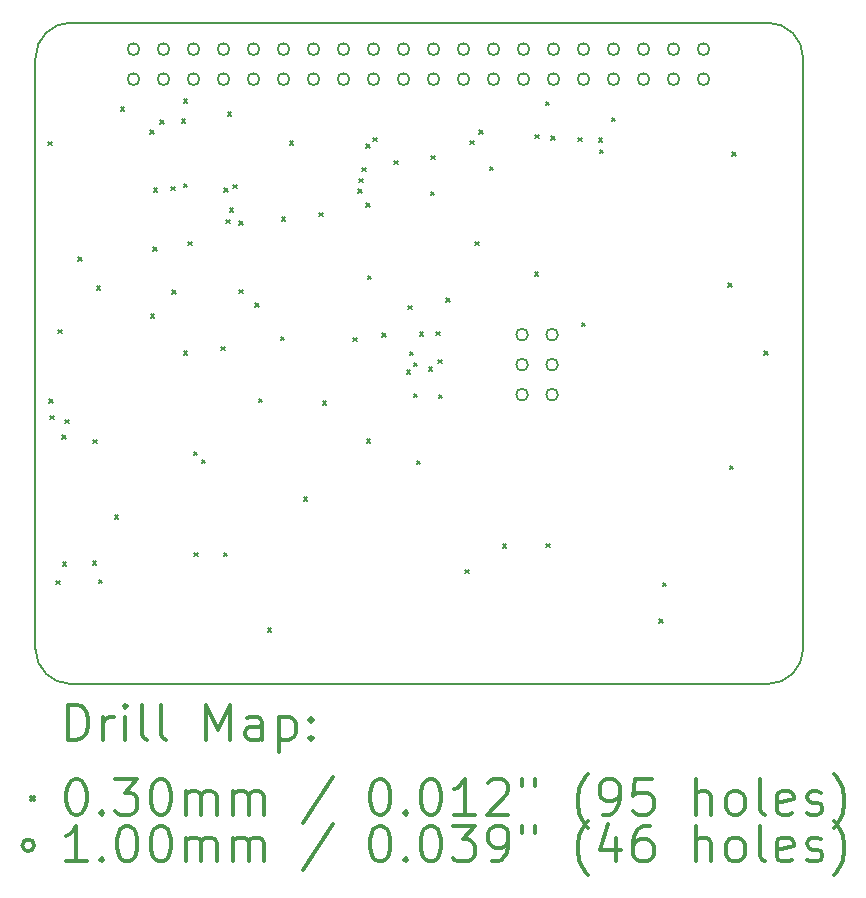
<source format=gbr>
%FSLAX45Y45*%
G04 Gerber Fmt 4.5, Leading zero omitted, Abs format (unit mm)*
G04 Created by KiCad (PCBNEW 5.1.9+dfsg1-1~bpo10+1) date 2021-11-10 17:07:08*
%MOMM*%
%LPD*%
G01*
G04 APERTURE LIST*
%TA.AperFunction,Profile*%
%ADD10C,0.200000*%
%TD*%
%ADD11C,0.200000*%
%ADD12C,0.300000*%
G04 APERTURE END LIST*
D10*
X17732000Y-5412000D02*
X17732000Y-10412000D01*
X11532000Y-10712000D02*
G75*
G02*
X11232000Y-10412000I0J300000D01*
G01*
X11532000Y-10712000D02*
X17432000Y-10712000D01*
X11232000Y-5412000D02*
X11232000Y-10412000D01*
X11232000Y-5412000D02*
G75*
G02*
X11532000Y-5112000I300000J0D01*
G01*
X17432000Y-5112000D02*
G75*
G02*
X17732000Y-5412000I0J-300000D01*
G01*
X17432000Y-5112000D02*
X11532000Y-5112000D01*
X17732000Y-10412000D02*
G75*
G02*
X17432000Y-10712000I-300000J0D01*
G01*
D11*
X11340000Y-6120000D02*
X11370000Y-6150000D01*
X11370000Y-6120000D02*
X11340000Y-6150000D01*
X11347000Y-8299000D02*
X11377000Y-8329000D01*
X11377000Y-8299000D02*
X11347000Y-8329000D01*
X11356000Y-8440000D02*
X11386000Y-8470000D01*
X11386000Y-8440000D02*
X11356000Y-8470000D01*
X11410000Y-9836000D02*
X11440000Y-9866000D01*
X11440000Y-9836000D02*
X11410000Y-9866000D01*
X11423000Y-7712000D02*
X11453000Y-7742000D01*
X11453000Y-7712000D02*
X11423000Y-7742000D01*
X11460000Y-8605000D02*
X11490000Y-8635000D01*
X11490000Y-8605000D02*
X11460000Y-8635000D01*
X11463000Y-9683000D02*
X11493000Y-9713000D01*
X11493000Y-9683000D02*
X11463000Y-9713000D01*
X11486000Y-8474000D02*
X11516000Y-8504000D01*
X11516000Y-8474000D02*
X11486000Y-8504000D01*
X11593000Y-7098000D02*
X11623000Y-7128000D01*
X11623000Y-7098000D02*
X11593000Y-7128000D01*
X11718000Y-9675000D02*
X11748000Y-9705000D01*
X11748000Y-9675000D02*
X11718000Y-9705000D01*
X11722000Y-8645000D02*
X11752000Y-8675000D01*
X11752000Y-8645000D02*
X11722000Y-8675000D01*
X11751000Y-7345000D02*
X11781000Y-7375000D01*
X11781000Y-7345000D02*
X11751000Y-7375000D01*
X11768000Y-9828000D02*
X11798000Y-9858000D01*
X11798000Y-9828000D02*
X11768000Y-9858000D01*
X11905000Y-9283000D02*
X11935000Y-9313000D01*
X11935000Y-9283000D02*
X11905000Y-9313000D01*
X11954000Y-5829000D02*
X11984000Y-5859000D01*
X11984000Y-5829000D02*
X11954000Y-5859000D01*
X12205159Y-6025451D02*
X12235159Y-6055451D01*
X12235159Y-6025451D02*
X12205159Y-6055451D01*
X12207000Y-7581000D02*
X12237000Y-7611000D01*
X12237000Y-7581000D02*
X12207000Y-7611000D01*
X12228000Y-7016000D02*
X12258000Y-7046000D01*
X12258000Y-7016000D02*
X12228000Y-7046000D01*
X12234000Y-6514000D02*
X12264000Y-6544000D01*
X12264000Y-6514000D02*
X12234000Y-6544000D01*
X12289572Y-5941038D02*
X12319572Y-5971038D01*
X12319572Y-5941038D02*
X12289572Y-5971038D01*
X12381000Y-6502000D02*
X12411000Y-6532000D01*
X12411000Y-6502000D02*
X12381000Y-6532000D01*
X12389805Y-7380195D02*
X12419805Y-7410195D01*
X12419805Y-7380195D02*
X12389805Y-7410195D01*
X12470501Y-5930556D02*
X12500501Y-5960556D01*
X12500501Y-5930556D02*
X12470501Y-5960556D01*
X12486017Y-5759997D02*
X12516017Y-5789997D01*
X12516017Y-5759997D02*
X12486017Y-5789997D01*
X12489000Y-6475000D02*
X12519000Y-6505000D01*
X12519000Y-6475000D02*
X12489000Y-6505000D01*
X12489000Y-7896000D02*
X12519000Y-7926000D01*
X12519000Y-7896000D02*
X12489000Y-7926000D01*
X12528000Y-6969000D02*
X12558000Y-6999000D01*
X12558000Y-6969000D02*
X12528000Y-6999000D01*
X12572791Y-8743887D02*
X12602791Y-8773887D01*
X12602791Y-8743887D02*
X12572791Y-8773887D01*
X12579000Y-9599000D02*
X12609000Y-9629000D01*
X12609000Y-9599000D02*
X12579000Y-9629000D01*
X12638999Y-8813000D02*
X12668999Y-8843000D01*
X12668999Y-8813000D02*
X12638999Y-8843000D01*
X12804000Y-7858000D02*
X12834000Y-7888000D01*
X12834000Y-7858000D02*
X12804000Y-7888000D01*
X12825000Y-9599000D02*
X12855000Y-9629000D01*
X12855000Y-9599000D02*
X12825000Y-9629000D01*
X12831175Y-6514182D02*
X12861175Y-6544182D01*
X12861175Y-6514182D02*
X12831175Y-6544182D01*
X12849000Y-6783000D02*
X12879000Y-6813000D01*
X12879000Y-6783000D02*
X12849000Y-6813000D01*
X12859000Y-5873000D02*
X12889000Y-5903000D01*
X12889000Y-5873000D02*
X12859000Y-5903000D01*
X12875499Y-6685000D02*
X12905499Y-6715000D01*
X12905499Y-6685000D02*
X12875499Y-6715000D01*
X12905991Y-6485619D02*
X12935991Y-6515619D01*
X12935991Y-6485619D02*
X12905991Y-6515619D01*
X12957195Y-6794195D02*
X12987195Y-6824195D01*
X12987195Y-6794195D02*
X12957195Y-6824195D01*
X12958000Y-7373000D02*
X12988000Y-7403000D01*
X12988000Y-7373000D02*
X12958000Y-7403000D01*
X13091000Y-7489000D02*
X13121000Y-7519000D01*
X13121000Y-7489000D02*
X13091000Y-7519000D01*
X13122000Y-8297000D02*
X13152000Y-8327000D01*
X13152000Y-8297000D02*
X13122000Y-8327000D01*
X13200000Y-10242000D02*
X13230000Y-10272000D01*
X13230000Y-10242000D02*
X13200000Y-10272000D01*
X13310000Y-7771000D02*
X13340000Y-7801000D01*
X13340000Y-7771000D02*
X13310000Y-7801000D01*
X13319000Y-6758000D02*
X13349000Y-6788000D01*
X13349000Y-6758000D02*
X13319000Y-6788000D01*
X13384000Y-6119000D02*
X13414000Y-6149000D01*
X13414000Y-6119000D02*
X13384000Y-6149000D01*
X13504000Y-9131000D02*
X13534000Y-9161000D01*
X13534000Y-9131000D02*
X13504000Y-9161000D01*
X13632997Y-6722360D02*
X13662997Y-6752360D01*
X13662997Y-6722360D02*
X13632997Y-6752360D01*
X13664000Y-8317000D02*
X13694000Y-8347000D01*
X13694000Y-8317000D02*
X13664000Y-8347000D01*
X13921000Y-7779000D02*
X13951000Y-7809000D01*
X13951000Y-7779000D02*
X13921000Y-7809000D01*
X13967002Y-6522310D02*
X13997002Y-6552310D01*
X13997002Y-6522310D02*
X13967002Y-6552310D01*
X13973424Y-6434009D02*
X14003424Y-6464009D01*
X14003424Y-6434009D02*
X13973424Y-6464009D01*
X14000947Y-6342845D02*
X14030947Y-6372845D01*
X14030947Y-6342845D02*
X14000947Y-6372845D01*
X14032499Y-6639831D02*
X14062499Y-6669831D01*
X14062499Y-6639831D02*
X14032499Y-6669831D01*
X14034534Y-6143865D02*
X14064534Y-6173865D01*
X14064534Y-6143865D02*
X14034534Y-6173865D01*
X14036000Y-8642000D02*
X14066000Y-8672000D01*
X14066000Y-8642000D02*
X14036000Y-8672000D01*
X14046000Y-7256000D02*
X14076000Y-7286000D01*
X14076000Y-7256000D02*
X14046000Y-7286000D01*
X14091310Y-6087503D02*
X14121310Y-6117503D01*
X14121310Y-6087503D02*
X14091310Y-6117503D01*
X14167000Y-7743000D02*
X14197000Y-7773000D01*
X14197000Y-7743000D02*
X14167000Y-7773000D01*
X14269491Y-6280797D02*
X14299491Y-6310797D01*
X14299491Y-6280797D02*
X14269491Y-6310797D01*
X14375000Y-8057000D02*
X14405000Y-8087000D01*
X14405000Y-8057000D02*
X14375000Y-8087000D01*
X14388838Y-7508330D02*
X14418838Y-7538330D01*
X14418838Y-7508330D02*
X14388838Y-7538330D01*
X14401000Y-7900000D02*
X14431000Y-7930000D01*
X14431000Y-7900000D02*
X14401000Y-7930000D01*
X14436523Y-8255780D02*
X14466523Y-8285780D01*
X14466523Y-8255780D02*
X14436523Y-8285780D01*
X14436551Y-7992706D02*
X14466551Y-8022706D01*
X14466551Y-7992706D02*
X14436551Y-8022706D01*
X14461000Y-8821000D02*
X14491000Y-8851000D01*
X14491000Y-8821000D02*
X14461000Y-8851000D01*
X14485000Y-7732368D02*
X14515000Y-7762368D01*
X14515000Y-7732368D02*
X14485000Y-7762368D01*
X14560941Y-8031004D02*
X14590941Y-8061004D01*
X14590941Y-8031004D02*
X14560941Y-8061004D01*
X14578000Y-6543000D02*
X14608000Y-6573000D01*
X14608000Y-6543000D02*
X14578000Y-6573000D01*
X14584000Y-6239000D02*
X14614000Y-6269000D01*
X14614000Y-6239000D02*
X14584000Y-6269000D01*
X14624001Y-7728644D02*
X14654001Y-7758644D01*
X14654001Y-7728644D02*
X14624001Y-7758644D01*
X14640705Y-7968503D02*
X14670705Y-7998503D01*
X14670705Y-7968503D02*
X14640705Y-7998503D01*
X14645343Y-8264794D02*
X14675343Y-8294794D01*
X14675343Y-8264794D02*
X14645343Y-8294794D01*
X14712000Y-7447000D02*
X14742000Y-7477000D01*
X14742000Y-7447000D02*
X14712000Y-7477000D01*
X14872999Y-9744909D02*
X14902999Y-9774909D01*
X14902999Y-9744909D02*
X14872999Y-9774909D01*
X14915037Y-6111037D02*
X14945037Y-6141037D01*
X14945037Y-6111037D02*
X14915037Y-6141037D01*
X14954000Y-6968000D02*
X14984000Y-6998000D01*
X14984000Y-6968000D02*
X14954000Y-6998000D01*
X14988000Y-6024502D02*
X15018000Y-6054502D01*
X15018000Y-6024502D02*
X14988000Y-6054502D01*
X15077000Y-6333000D02*
X15107000Y-6363000D01*
X15107000Y-6333000D02*
X15077000Y-6363000D01*
X15190000Y-9528000D02*
X15220000Y-9558000D01*
X15220000Y-9528000D02*
X15190000Y-9558000D01*
X15458000Y-7224000D02*
X15488000Y-7254000D01*
X15488000Y-7224000D02*
X15458000Y-7254000D01*
X15465000Y-6060000D02*
X15495000Y-6090000D01*
X15495000Y-6060000D02*
X15465000Y-6090000D01*
X15551815Y-5781997D02*
X15581815Y-5811997D01*
X15581815Y-5781997D02*
X15551815Y-5811997D01*
X15559000Y-9526000D02*
X15589000Y-9556000D01*
X15589000Y-9526000D02*
X15559000Y-9556000D01*
X15598046Y-6074503D02*
X15628046Y-6104503D01*
X15628046Y-6074503D02*
X15598046Y-6104503D01*
X15827711Y-6086504D02*
X15857711Y-6116504D01*
X15857711Y-6086504D02*
X15827711Y-6116504D01*
X15855805Y-7651805D02*
X15885805Y-7681805D01*
X15885805Y-7651805D02*
X15855805Y-7681805D01*
X16000000Y-6090000D02*
X16030000Y-6120000D01*
X16030000Y-6090000D02*
X16000000Y-6120000D01*
X16011805Y-6190195D02*
X16041805Y-6220195D01*
X16041805Y-6190195D02*
X16011805Y-6220195D01*
X16111340Y-5916499D02*
X16141340Y-5946499D01*
X16141340Y-5916499D02*
X16111340Y-5946499D01*
X16514000Y-10164000D02*
X16544000Y-10194000D01*
X16544000Y-10164000D02*
X16514000Y-10194000D01*
X16544000Y-9856000D02*
X16574000Y-9886000D01*
X16574000Y-9856000D02*
X16544000Y-9886000D01*
X17098000Y-7318000D02*
X17128000Y-7348000D01*
X17128000Y-7318000D02*
X17098000Y-7348000D01*
X17111000Y-8864000D02*
X17141000Y-8894000D01*
X17141000Y-8864000D02*
X17111000Y-8894000D01*
X17132000Y-6211000D02*
X17162000Y-6241000D01*
X17162000Y-6211000D02*
X17132000Y-6241000D01*
X17403000Y-7896000D02*
X17433000Y-7926000D01*
X17433000Y-7896000D02*
X17403000Y-7926000D01*
X12112000Y-5337000D02*
G75*
G03*
X12112000Y-5337000I-50000J0D01*
G01*
X12112000Y-5591000D02*
G75*
G03*
X12112000Y-5591000I-50000J0D01*
G01*
X12366000Y-5337000D02*
G75*
G03*
X12366000Y-5337000I-50000J0D01*
G01*
X12366000Y-5591000D02*
G75*
G03*
X12366000Y-5591000I-50000J0D01*
G01*
X12620000Y-5337000D02*
G75*
G03*
X12620000Y-5337000I-50000J0D01*
G01*
X12620000Y-5591000D02*
G75*
G03*
X12620000Y-5591000I-50000J0D01*
G01*
X12874000Y-5337000D02*
G75*
G03*
X12874000Y-5337000I-50000J0D01*
G01*
X12874000Y-5591000D02*
G75*
G03*
X12874000Y-5591000I-50000J0D01*
G01*
X13128000Y-5337000D02*
G75*
G03*
X13128000Y-5337000I-50000J0D01*
G01*
X13128000Y-5591000D02*
G75*
G03*
X13128000Y-5591000I-50000J0D01*
G01*
X13382000Y-5337000D02*
G75*
G03*
X13382000Y-5337000I-50000J0D01*
G01*
X13382000Y-5591000D02*
G75*
G03*
X13382000Y-5591000I-50000J0D01*
G01*
X13636000Y-5337000D02*
G75*
G03*
X13636000Y-5337000I-50000J0D01*
G01*
X13636000Y-5591000D02*
G75*
G03*
X13636000Y-5591000I-50000J0D01*
G01*
X13890000Y-5337000D02*
G75*
G03*
X13890000Y-5337000I-50000J0D01*
G01*
X13890000Y-5591000D02*
G75*
G03*
X13890000Y-5591000I-50000J0D01*
G01*
X14144000Y-5337000D02*
G75*
G03*
X14144000Y-5337000I-50000J0D01*
G01*
X14144000Y-5591000D02*
G75*
G03*
X14144000Y-5591000I-50000J0D01*
G01*
X14398000Y-5337000D02*
G75*
G03*
X14398000Y-5337000I-50000J0D01*
G01*
X14398000Y-5591000D02*
G75*
G03*
X14398000Y-5591000I-50000J0D01*
G01*
X14652000Y-5337000D02*
G75*
G03*
X14652000Y-5337000I-50000J0D01*
G01*
X14652000Y-5591000D02*
G75*
G03*
X14652000Y-5591000I-50000J0D01*
G01*
X14906000Y-5337000D02*
G75*
G03*
X14906000Y-5337000I-50000J0D01*
G01*
X14906000Y-5591000D02*
G75*
G03*
X14906000Y-5591000I-50000J0D01*
G01*
X15160000Y-5337000D02*
G75*
G03*
X15160000Y-5337000I-50000J0D01*
G01*
X15160000Y-5591000D02*
G75*
G03*
X15160000Y-5591000I-50000J0D01*
G01*
X15402500Y-7754500D02*
G75*
G03*
X15402500Y-7754500I-50000J0D01*
G01*
X15402500Y-8008500D02*
G75*
G03*
X15402500Y-8008500I-50000J0D01*
G01*
X15402500Y-8262500D02*
G75*
G03*
X15402500Y-8262500I-50000J0D01*
G01*
X15414000Y-5337000D02*
G75*
G03*
X15414000Y-5337000I-50000J0D01*
G01*
X15414000Y-5591000D02*
G75*
G03*
X15414000Y-5591000I-50000J0D01*
G01*
X15656500Y-7754500D02*
G75*
G03*
X15656500Y-7754500I-50000J0D01*
G01*
X15656500Y-8008500D02*
G75*
G03*
X15656500Y-8008500I-50000J0D01*
G01*
X15656500Y-8262500D02*
G75*
G03*
X15656500Y-8262500I-50000J0D01*
G01*
X15668000Y-5337000D02*
G75*
G03*
X15668000Y-5337000I-50000J0D01*
G01*
X15668000Y-5591000D02*
G75*
G03*
X15668000Y-5591000I-50000J0D01*
G01*
X15922000Y-5337000D02*
G75*
G03*
X15922000Y-5337000I-50000J0D01*
G01*
X15922000Y-5591000D02*
G75*
G03*
X15922000Y-5591000I-50000J0D01*
G01*
X16176000Y-5337000D02*
G75*
G03*
X16176000Y-5337000I-50000J0D01*
G01*
X16176000Y-5591000D02*
G75*
G03*
X16176000Y-5591000I-50000J0D01*
G01*
X16430000Y-5337000D02*
G75*
G03*
X16430000Y-5337000I-50000J0D01*
G01*
X16430000Y-5591000D02*
G75*
G03*
X16430000Y-5591000I-50000J0D01*
G01*
X16684000Y-5337000D02*
G75*
G03*
X16684000Y-5337000I-50000J0D01*
G01*
X16684000Y-5591000D02*
G75*
G03*
X16684000Y-5591000I-50000J0D01*
G01*
X16938000Y-5337000D02*
G75*
G03*
X16938000Y-5337000I-50000J0D01*
G01*
X16938000Y-5591000D02*
G75*
G03*
X16938000Y-5591000I-50000J0D01*
G01*
D12*
X11508428Y-11187714D02*
X11508428Y-10887714D01*
X11579857Y-10887714D01*
X11622714Y-10902000D01*
X11651286Y-10930572D01*
X11665571Y-10959143D01*
X11679857Y-11016286D01*
X11679857Y-11059143D01*
X11665571Y-11116286D01*
X11651286Y-11144857D01*
X11622714Y-11173429D01*
X11579857Y-11187714D01*
X11508428Y-11187714D01*
X11808428Y-11187714D02*
X11808428Y-10987714D01*
X11808428Y-11044857D02*
X11822714Y-11016286D01*
X11837000Y-11002000D01*
X11865571Y-10987714D01*
X11894143Y-10987714D01*
X11994143Y-11187714D02*
X11994143Y-10987714D01*
X11994143Y-10887714D02*
X11979857Y-10902000D01*
X11994143Y-10916286D01*
X12008428Y-10902000D01*
X11994143Y-10887714D01*
X11994143Y-10916286D01*
X12179857Y-11187714D02*
X12151286Y-11173429D01*
X12137000Y-11144857D01*
X12137000Y-10887714D01*
X12337000Y-11187714D02*
X12308428Y-11173429D01*
X12294143Y-11144857D01*
X12294143Y-10887714D01*
X12679857Y-11187714D02*
X12679857Y-10887714D01*
X12779857Y-11102000D01*
X12879857Y-10887714D01*
X12879857Y-11187714D01*
X13151286Y-11187714D02*
X13151286Y-11030572D01*
X13137000Y-11002000D01*
X13108428Y-10987714D01*
X13051286Y-10987714D01*
X13022714Y-11002000D01*
X13151286Y-11173429D02*
X13122714Y-11187714D01*
X13051286Y-11187714D01*
X13022714Y-11173429D01*
X13008428Y-11144857D01*
X13008428Y-11116286D01*
X13022714Y-11087714D01*
X13051286Y-11073429D01*
X13122714Y-11073429D01*
X13151286Y-11059143D01*
X13294143Y-10987714D02*
X13294143Y-11287714D01*
X13294143Y-11002000D02*
X13322714Y-10987714D01*
X13379857Y-10987714D01*
X13408428Y-11002000D01*
X13422714Y-11016286D01*
X13437000Y-11044857D01*
X13437000Y-11130572D01*
X13422714Y-11159143D01*
X13408428Y-11173429D01*
X13379857Y-11187714D01*
X13322714Y-11187714D01*
X13294143Y-11173429D01*
X13565571Y-11159143D02*
X13579857Y-11173429D01*
X13565571Y-11187714D01*
X13551286Y-11173429D01*
X13565571Y-11159143D01*
X13565571Y-11187714D01*
X13565571Y-11002000D02*
X13579857Y-11016286D01*
X13565571Y-11030572D01*
X13551286Y-11016286D01*
X13565571Y-11002000D01*
X13565571Y-11030572D01*
X11192000Y-11667000D02*
X11222000Y-11697000D01*
X11222000Y-11667000D02*
X11192000Y-11697000D01*
X11565571Y-11517714D02*
X11594143Y-11517714D01*
X11622714Y-11532000D01*
X11637000Y-11546286D01*
X11651286Y-11574857D01*
X11665571Y-11632000D01*
X11665571Y-11703429D01*
X11651286Y-11760571D01*
X11637000Y-11789143D01*
X11622714Y-11803429D01*
X11594143Y-11817714D01*
X11565571Y-11817714D01*
X11537000Y-11803429D01*
X11522714Y-11789143D01*
X11508428Y-11760571D01*
X11494143Y-11703429D01*
X11494143Y-11632000D01*
X11508428Y-11574857D01*
X11522714Y-11546286D01*
X11537000Y-11532000D01*
X11565571Y-11517714D01*
X11794143Y-11789143D02*
X11808428Y-11803429D01*
X11794143Y-11817714D01*
X11779857Y-11803429D01*
X11794143Y-11789143D01*
X11794143Y-11817714D01*
X11908428Y-11517714D02*
X12094143Y-11517714D01*
X11994143Y-11632000D01*
X12037000Y-11632000D01*
X12065571Y-11646286D01*
X12079857Y-11660571D01*
X12094143Y-11689143D01*
X12094143Y-11760571D01*
X12079857Y-11789143D01*
X12065571Y-11803429D01*
X12037000Y-11817714D01*
X11951286Y-11817714D01*
X11922714Y-11803429D01*
X11908428Y-11789143D01*
X12279857Y-11517714D02*
X12308428Y-11517714D01*
X12337000Y-11532000D01*
X12351286Y-11546286D01*
X12365571Y-11574857D01*
X12379857Y-11632000D01*
X12379857Y-11703429D01*
X12365571Y-11760571D01*
X12351286Y-11789143D01*
X12337000Y-11803429D01*
X12308428Y-11817714D01*
X12279857Y-11817714D01*
X12251286Y-11803429D01*
X12237000Y-11789143D01*
X12222714Y-11760571D01*
X12208428Y-11703429D01*
X12208428Y-11632000D01*
X12222714Y-11574857D01*
X12237000Y-11546286D01*
X12251286Y-11532000D01*
X12279857Y-11517714D01*
X12508428Y-11817714D02*
X12508428Y-11617714D01*
X12508428Y-11646286D02*
X12522714Y-11632000D01*
X12551286Y-11617714D01*
X12594143Y-11617714D01*
X12622714Y-11632000D01*
X12637000Y-11660571D01*
X12637000Y-11817714D01*
X12637000Y-11660571D02*
X12651286Y-11632000D01*
X12679857Y-11617714D01*
X12722714Y-11617714D01*
X12751286Y-11632000D01*
X12765571Y-11660571D01*
X12765571Y-11817714D01*
X12908428Y-11817714D02*
X12908428Y-11617714D01*
X12908428Y-11646286D02*
X12922714Y-11632000D01*
X12951286Y-11617714D01*
X12994143Y-11617714D01*
X13022714Y-11632000D01*
X13037000Y-11660571D01*
X13037000Y-11817714D01*
X13037000Y-11660571D02*
X13051286Y-11632000D01*
X13079857Y-11617714D01*
X13122714Y-11617714D01*
X13151286Y-11632000D01*
X13165571Y-11660571D01*
X13165571Y-11817714D01*
X13751286Y-11503429D02*
X13494143Y-11889143D01*
X14137000Y-11517714D02*
X14165571Y-11517714D01*
X14194143Y-11532000D01*
X14208428Y-11546286D01*
X14222714Y-11574857D01*
X14237000Y-11632000D01*
X14237000Y-11703429D01*
X14222714Y-11760571D01*
X14208428Y-11789143D01*
X14194143Y-11803429D01*
X14165571Y-11817714D01*
X14137000Y-11817714D01*
X14108428Y-11803429D01*
X14094143Y-11789143D01*
X14079857Y-11760571D01*
X14065571Y-11703429D01*
X14065571Y-11632000D01*
X14079857Y-11574857D01*
X14094143Y-11546286D01*
X14108428Y-11532000D01*
X14137000Y-11517714D01*
X14365571Y-11789143D02*
X14379857Y-11803429D01*
X14365571Y-11817714D01*
X14351286Y-11803429D01*
X14365571Y-11789143D01*
X14365571Y-11817714D01*
X14565571Y-11517714D02*
X14594143Y-11517714D01*
X14622714Y-11532000D01*
X14637000Y-11546286D01*
X14651286Y-11574857D01*
X14665571Y-11632000D01*
X14665571Y-11703429D01*
X14651286Y-11760571D01*
X14637000Y-11789143D01*
X14622714Y-11803429D01*
X14594143Y-11817714D01*
X14565571Y-11817714D01*
X14537000Y-11803429D01*
X14522714Y-11789143D01*
X14508428Y-11760571D01*
X14494143Y-11703429D01*
X14494143Y-11632000D01*
X14508428Y-11574857D01*
X14522714Y-11546286D01*
X14537000Y-11532000D01*
X14565571Y-11517714D01*
X14951286Y-11817714D02*
X14779857Y-11817714D01*
X14865571Y-11817714D02*
X14865571Y-11517714D01*
X14837000Y-11560571D01*
X14808428Y-11589143D01*
X14779857Y-11603429D01*
X15065571Y-11546286D02*
X15079857Y-11532000D01*
X15108428Y-11517714D01*
X15179857Y-11517714D01*
X15208428Y-11532000D01*
X15222714Y-11546286D01*
X15237000Y-11574857D01*
X15237000Y-11603429D01*
X15222714Y-11646286D01*
X15051286Y-11817714D01*
X15237000Y-11817714D01*
X15351286Y-11517714D02*
X15351286Y-11574857D01*
X15465571Y-11517714D02*
X15465571Y-11574857D01*
X15908428Y-11932000D02*
X15894143Y-11917714D01*
X15865571Y-11874857D01*
X15851286Y-11846286D01*
X15837000Y-11803429D01*
X15822714Y-11732000D01*
X15822714Y-11674857D01*
X15837000Y-11603429D01*
X15851286Y-11560571D01*
X15865571Y-11532000D01*
X15894143Y-11489143D01*
X15908428Y-11474857D01*
X16037000Y-11817714D02*
X16094143Y-11817714D01*
X16122714Y-11803429D01*
X16137000Y-11789143D01*
X16165571Y-11746286D01*
X16179857Y-11689143D01*
X16179857Y-11574857D01*
X16165571Y-11546286D01*
X16151286Y-11532000D01*
X16122714Y-11517714D01*
X16065571Y-11517714D01*
X16037000Y-11532000D01*
X16022714Y-11546286D01*
X16008428Y-11574857D01*
X16008428Y-11646286D01*
X16022714Y-11674857D01*
X16037000Y-11689143D01*
X16065571Y-11703429D01*
X16122714Y-11703429D01*
X16151286Y-11689143D01*
X16165571Y-11674857D01*
X16179857Y-11646286D01*
X16451286Y-11517714D02*
X16308428Y-11517714D01*
X16294143Y-11660571D01*
X16308428Y-11646286D01*
X16337000Y-11632000D01*
X16408428Y-11632000D01*
X16437000Y-11646286D01*
X16451286Y-11660571D01*
X16465571Y-11689143D01*
X16465571Y-11760571D01*
X16451286Y-11789143D01*
X16437000Y-11803429D01*
X16408428Y-11817714D01*
X16337000Y-11817714D01*
X16308428Y-11803429D01*
X16294143Y-11789143D01*
X16822714Y-11817714D02*
X16822714Y-11517714D01*
X16951286Y-11817714D02*
X16951286Y-11660571D01*
X16937000Y-11632000D01*
X16908428Y-11617714D01*
X16865571Y-11617714D01*
X16837000Y-11632000D01*
X16822714Y-11646286D01*
X17137000Y-11817714D02*
X17108428Y-11803429D01*
X17094143Y-11789143D01*
X17079857Y-11760571D01*
X17079857Y-11674857D01*
X17094143Y-11646286D01*
X17108428Y-11632000D01*
X17137000Y-11617714D01*
X17179857Y-11617714D01*
X17208428Y-11632000D01*
X17222714Y-11646286D01*
X17237000Y-11674857D01*
X17237000Y-11760571D01*
X17222714Y-11789143D01*
X17208428Y-11803429D01*
X17179857Y-11817714D01*
X17137000Y-11817714D01*
X17408428Y-11817714D02*
X17379857Y-11803429D01*
X17365571Y-11774857D01*
X17365571Y-11517714D01*
X17637000Y-11803429D02*
X17608428Y-11817714D01*
X17551286Y-11817714D01*
X17522714Y-11803429D01*
X17508428Y-11774857D01*
X17508428Y-11660571D01*
X17522714Y-11632000D01*
X17551286Y-11617714D01*
X17608428Y-11617714D01*
X17637000Y-11632000D01*
X17651286Y-11660571D01*
X17651286Y-11689143D01*
X17508428Y-11717714D01*
X17765571Y-11803429D02*
X17794143Y-11817714D01*
X17851286Y-11817714D01*
X17879857Y-11803429D01*
X17894143Y-11774857D01*
X17894143Y-11760571D01*
X17879857Y-11732000D01*
X17851286Y-11717714D01*
X17808428Y-11717714D01*
X17779857Y-11703429D01*
X17765571Y-11674857D01*
X17765571Y-11660571D01*
X17779857Y-11632000D01*
X17808428Y-11617714D01*
X17851286Y-11617714D01*
X17879857Y-11632000D01*
X17994143Y-11932000D02*
X18008428Y-11917714D01*
X18037000Y-11874857D01*
X18051286Y-11846286D01*
X18065571Y-11803429D01*
X18079857Y-11732000D01*
X18079857Y-11674857D01*
X18065571Y-11603429D01*
X18051286Y-11560571D01*
X18037000Y-11532000D01*
X18008428Y-11489143D01*
X17994143Y-11474857D01*
X11222000Y-12078000D02*
G75*
G03*
X11222000Y-12078000I-50000J0D01*
G01*
X11665571Y-12213714D02*
X11494143Y-12213714D01*
X11579857Y-12213714D02*
X11579857Y-11913714D01*
X11551286Y-11956571D01*
X11522714Y-11985143D01*
X11494143Y-11999429D01*
X11794143Y-12185143D02*
X11808428Y-12199429D01*
X11794143Y-12213714D01*
X11779857Y-12199429D01*
X11794143Y-12185143D01*
X11794143Y-12213714D01*
X11994143Y-11913714D02*
X12022714Y-11913714D01*
X12051286Y-11928000D01*
X12065571Y-11942286D01*
X12079857Y-11970857D01*
X12094143Y-12028000D01*
X12094143Y-12099429D01*
X12079857Y-12156571D01*
X12065571Y-12185143D01*
X12051286Y-12199429D01*
X12022714Y-12213714D01*
X11994143Y-12213714D01*
X11965571Y-12199429D01*
X11951286Y-12185143D01*
X11937000Y-12156571D01*
X11922714Y-12099429D01*
X11922714Y-12028000D01*
X11937000Y-11970857D01*
X11951286Y-11942286D01*
X11965571Y-11928000D01*
X11994143Y-11913714D01*
X12279857Y-11913714D02*
X12308428Y-11913714D01*
X12337000Y-11928000D01*
X12351286Y-11942286D01*
X12365571Y-11970857D01*
X12379857Y-12028000D01*
X12379857Y-12099429D01*
X12365571Y-12156571D01*
X12351286Y-12185143D01*
X12337000Y-12199429D01*
X12308428Y-12213714D01*
X12279857Y-12213714D01*
X12251286Y-12199429D01*
X12237000Y-12185143D01*
X12222714Y-12156571D01*
X12208428Y-12099429D01*
X12208428Y-12028000D01*
X12222714Y-11970857D01*
X12237000Y-11942286D01*
X12251286Y-11928000D01*
X12279857Y-11913714D01*
X12508428Y-12213714D02*
X12508428Y-12013714D01*
X12508428Y-12042286D02*
X12522714Y-12028000D01*
X12551286Y-12013714D01*
X12594143Y-12013714D01*
X12622714Y-12028000D01*
X12637000Y-12056571D01*
X12637000Y-12213714D01*
X12637000Y-12056571D02*
X12651286Y-12028000D01*
X12679857Y-12013714D01*
X12722714Y-12013714D01*
X12751286Y-12028000D01*
X12765571Y-12056571D01*
X12765571Y-12213714D01*
X12908428Y-12213714D02*
X12908428Y-12013714D01*
X12908428Y-12042286D02*
X12922714Y-12028000D01*
X12951286Y-12013714D01*
X12994143Y-12013714D01*
X13022714Y-12028000D01*
X13037000Y-12056571D01*
X13037000Y-12213714D01*
X13037000Y-12056571D02*
X13051286Y-12028000D01*
X13079857Y-12013714D01*
X13122714Y-12013714D01*
X13151286Y-12028000D01*
X13165571Y-12056571D01*
X13165571Y-12213714D01*
X13751286Y-11899429D02*
X13494143Y-12285143D01*
X14137000Y-11913714D02*
X14165571Y-11913714D01*
X14194143Y-11928000D01*
X14208428Y-11942286D01*
X14222714Y-11970857D01*
X14237000Y-12028000D01*
X14237000Y-12099429D01*
X14222714Y-12156571D01*
X14208428Y-12185143D01*
X14194143Y-12199429D01*
X14165571Y-12213714D01*
X14137000Y-12213714D01*
X14108428Y-12199429D01*
X14094143Y-12185143D01*
X14079857Y-12156571D01*
X14065571Y-12099429D01*
X14065571Y-12028000D01*
X14079857Y-11970857D01*
X14094143Y-11942286D01*
X14108428Y-11928000D01*
X14137000Y-11913714D01*
X14365571Y-12185143D02*
X14379857Y-12199429D01*
X14365571Y-12213714D01*
X14351286Y-12199429D01*
X14365571Y-12185143D01*
X14365571Y-12213714D01*
X14565571Y-11913714D02*
X14594143Y-11913714D01*
X14622714Y-11928000D01*
X14637000Y-11942286D01*
X14651286Y-11970857D01*
X14665571Y-12028000D01*
X14665571Y-12099429D01*
X14651286Y-12156571D01*
X14637000Y-12185143D01*
X14622714Y-12199429D01*
X14594143Y-12213714D01*
X14565571Y-12213714D01*
X14537000Y-12199429D01*
X14522714Y-12185143D01*
X14508428Y-12156571D01*
X14494143Y-12099429D01*
X14494143Y-12028000D01*
X14508428Y-11970857D01*
X14522714Y-11942286D01*
X14537000Y-11928000D01*
X14565571Y-11913714D01*
X14765571Y-11913714D02*
X14951286Y-11913714D01*
X14851286Y-12028000D01*
X14894143Y-12028000D01*
X14922714Y-12042286D01*
X14937000Y-12056571D01*
X14951286Y-12085143D01*
X14951286Y-12156571D01*
X14937000Y-12185143D01*
X14922714Y-12199429D01*
X14894143Y-12213714D01*
X14808428Y-12213714D01*
X14779857Y-12199429D01*
X14765571Y-12185143D01*
X15094143Y-12213714D02*
X15151286Y-12213714D01*
X15179857Y-12199429D01*
X15194143Y-12185143D01*
X15222714Y-12142286D01*
X15237000Y-12085143D01*
X15237000Y-11970857D01*
X15222714Y-11942286D01*
X15208428Y-11928000D01*
X15179857Y-11913714D01*
X15122714Y-11913714D01*
X15094143Y-11928000D01*
X15079857Y-11942286D01*
X15065571Y-11970857D01*
X15065571Y-12042286D01*
X15079857Y-12070857D01*
X15094143Y-12085143D01*
X15122714Y-12099429D01*
X15179857Y-12099429D01*
X15208428Y-12085143D01*
X15222714Y-12070857D01*
X15237000Y-12042286D01*
X15351286Y-11913714D02*
X15351286Y-11970857D01*
X15465571Y-11913714D02*
X15465571Y-11970857D01*
X15908428Y-12328000D02*
X15894143Y-12313714D01*
X15865571Y-12270857D01*
X15851286Y-12242286D01*
X15837000Y-12199429D01*
X15822714Y-12128000D01*
X15822714Y-12070857D01*
X15837000Y-11999429D01*
X15851286Y-11956571D01*
X15865571Y-11928000D01*
X15894143Y-11885143D01*
X15908428Y-11870857D01*
X16151286Y-12013714D02*
X16151286Y-12213714D01*
X16079857Y-11899429D02*
X16008428Y-12113714D01*
X16194143Y-12113714D01*
X16437000Y-11913714D02*
X16379857Y-11913714D01*
X16351286Y-11928000D01*
X16337000Y-11942286D01*
X16308428Y-11985143D01*
X16294143Y-12042286D01*
X16294143Y-12156571D01*
X16308428Y-12185143D01*
X16322714Y-12199429D01*
X16351286Y-12213714D01*
X16408428Y-12213714D01*
X16437000Y-12199429D01*
X16451286Y-12185143D01*
X16465571Y-12156571D01*
X16465571Y-12085143D01*
X16451286Y-12056571D01*
X16437000Y-12042286D01*
X16408428Y-12028000D01*
X16351286Y-12028000D01*
X16322714Y-12042286D01*
X16308428Y-12056571D01*
X16294143Y-12085143D01*
X16822714Y-12213714D02*
X16822714Y-11913714D01*
X16951286Y-12213714D02*
X16951286Y-12056571D01*
X16937000Y-12028000D01*
X16908428Y-12013714D01*
X16865571Y-12013714D01*
X16837000Y-12028000D01*
X16822714Y-12042286D01*
X17137000Y-12213714D02*
X17108428Y-12199429D01*
X17094143Y-12185143D01*
X17079857Y-12156571D01*
X17079857Y-12070857D01*
X17094143Y-12042286D01*
X17108428Y-12028000D01*
X17137000Y-12013714D01*
X17179857Y-12013714D01*
X17208428Y-12028000D01*
X17222714Y-12042286D01*
X17237000Y-12070857D01*
X17237000Y-12156571D01*
X17222714Y-12185143D01*
X17208428Y-12199429D01*
X17179857Y-12213714D01*
X17137000Y-12213714D01*
X17408428Y-12213714D02*
X17379857Y-12199429D01*
X17365571Y-12170857D01*
X17365571Y-11913714D01*
X17637000Y-12199429D02*
X17608428Y-12213714D01*
X17551286Y-12213714D01*
X17522714Y-12199429D01*
X17508428Y-12170857D01*
X17508428Y-12056571D01*
X17522714Y-12028000D01*
X17551286Y-12013714D01*
X17608428Y-12013714D01*
X17637000Y-12028000D01*
X17651286Y-12056571D01*
X17651286Y-12085143D01*
X17508428Y-12113714D01*
X17765571Y-12199429D02*
X17794143Y-12213714D01*
X17851286Y-12213714D01*
X17879857Y-12199429D01*
X17894143Y-12170857D01*
X17894143Y-12156571D01*
X17879857Y-12128000D01*
X17851286Y-12113714D01*
X17808428Y-12113714D01*
X17779857Y-12099429D01*
X17765571Y-12070857D01*
X17765571Y-12056571D01*
X17779857Y-12028000D01*
X17808428Y-12013714D01*
X17851286Y-12013714D01*
X17879857Y-12028000D01*
X17994143Y-12328000D02*
X18008428Y-12313714D01*
X18037000Y-12270857D01*
X18051286Y-12242286D01*
X18065571Y-12199429D01*
X18079857Y-12128000D01*
X18079857Y-12070857D01*
X18065571Y-11999429D01*
X18051286Y-11956571D01*
X18037000Y-11928000D01*
X18008428Y-11885143D01*
X17994143Y-11870857D01*
M02*

</source>
